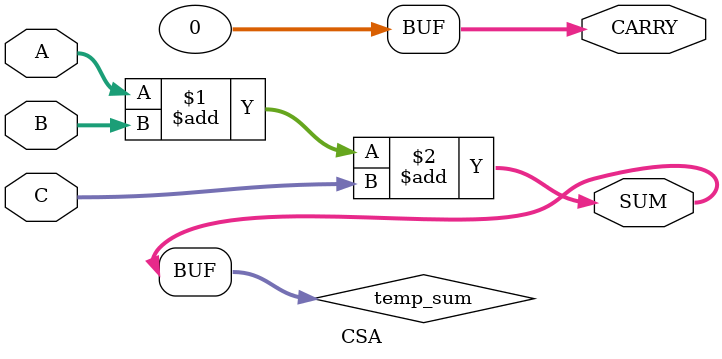
<source format=v>
`timescale 1ns / 1ps

module CSA(
    input  signed [31:0] A, 
    input  signed [31:0] B,  
    input  signed [31:0] C,

    output signed [31:0] SUM,
    output signed [31:0] CARRY
);

    wire signed [31:0] temp_sum;

    assign temp_sum = A + B + C;
    assign SUM = temp_sum;
    assign CARRY = 32'sd0;  

endmodule

</source>
